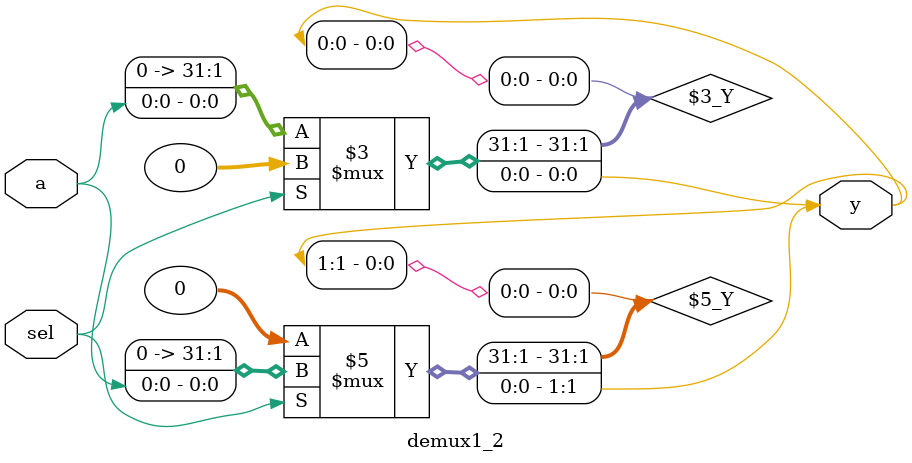
<source format=v>
module demux1_2(input a, input sel, output [1:0] y);
    assign y[0] = (~sel) ? a : 0;
    assign y[1] = sel ? a : 0;
endmodule


</source>
